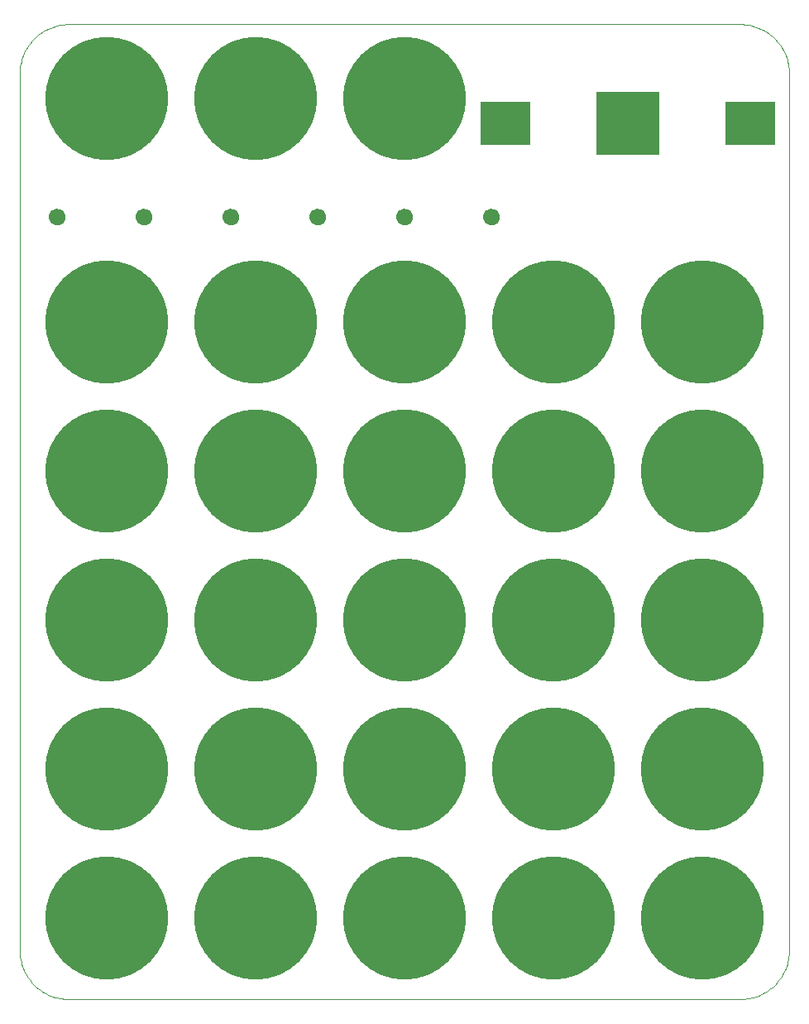
<source format=gbs>
G75*
G70*
%OFA0B0*%
%FSLAX24Y24*%
%IPPOS*%
%LPD*%
%AMOC8*
5,1,8,0,0,1.08239X$1,22.5*
%
%ADD10C,0.0010*%
%ADD11C,0.0039*%
%ADD12C,0.4960*%
%ADD13C,0.0000*%
%ADD14C,0.0670*%
%ADD15R,0.2540X0.2540*%
%ADD16R,0.2040X0.1740*%
D10*
X027651Y000151D02*
X029151Y000151D01*
D11*
X000151Y002120D02*
X000151Y018151D01*
X000151Y037433D01*
X000153Y037527D01*
X000160Y037620D01*
X000171Y037713D01*
X000187Y037806D01*
X000207Y037897D01*
X000231Y037988D01*
X000259Y038077D01*
X000292Y038165D01*
X000329Y038251D01*
X000370Y038335D01*
X000415Y038418D01*
X000464Y038498D01*
X000516Y038575D01*
X000572Y038650D01*
X000632Y038722D01*
X000695Y038792D01*
X000761Y038858D01*
X000831Y038921D01*
X000903Y038981D01*
X000978Y039037D01*
X001055Y039089D01*
X001135Y039138D01*
X001218Y039183D01*
X001302Y039224D01*
X001388Y039261D01*
X001476Y039294D01*
X001565Y039322D01*
X001656Y039346D01*
X001747Y039366D01*
X001840Y039382D01*
X001933Y039393D01*
X002026Y039400D01*
X002120Y039402D01*
X002120Y039401D02*
X015651Y039401D01*
X029183Y039401D01*
X029183Y039402D02*
X029277Y039400D01*
X029370Y039393D01*
X029463Y039382D01*
X029556Y039366D01*
X029647Y039346D01*
X029738Y039322D01*
X029827Y039294D01*
X029915Y039261D01*
X030001Y039224D01*
X030085Y039183D01*
X030167Y039138D01*
X030248Y039089D01*
X030325Y039037D01*
X030400Y038981D01*
X030472Y038921D01*
X030542Y038858D01*
X030608Y038792D01*
X030671Y038722D01*
X030731Y038650D01*
X030787Y038575D01*
X030839Y038498D01*
X030888Y038417D01*
X030933Y038335D01*
X030974Y038251D01*
X031011Y038165D01*
X031044Y038077D01*
X031072Y037988D01*
X031096Y037897D01*
X031116Y037806D01*
X031132Y037713D01*
X031143Y037620D01*
X031150Y037527D01*
X031152Y037433D01*
X031151Y037433D02*
X031151Y020901D01*
X031151Y002120D01*
X031152Y002120D02*
X031150Y002026D01*
X031143Y001933D01*
X031132Y001840D01*
X031116Y001747D01*
X031096Y001656D01*
X031072Y001565D01*
X031044Y001476D01*
X031011Y001388D01*
X030974Y001302D01*
X030933Y001218D01*
X030888Y001136D01*
X030839Y001055D01*
X030787Y000978D01*
X030731Y000903D01*
X030671Y000831D01*
X030608Y000761D01*
X030542Y000695D01*
X030472Y000632D01*
X030400Y000572D01*
X030325Y000516D01*
X030248Y000464D01*
X030168Y000415D01*
X030085Y000370D01*
X030001Y000329D01*
X029915Y000292D01*
X029827Y000259D01*
X029738Y000231D01*
X029647Y000207D01*
X029556Y000187D01*
X029463Y000171D01*
X029370Y000160D01*
X029277Y000153D01*
X029183Y000151D01*
X014651Y000151D01*
X002120Y000151D01*
X002026Y000153D01*
X001933Y000160D01*
X001840Y000171D01*
X001747Y000187D01*
X001656Y000207D01*
X001565Y000231D01*
X001476Y000259D01*
X001388Y000292D01*
X001302Y000329D01*
X001218Y000370D01*
X001135Y000415D01*
X001055Y000464D01*
X000978Y000516D01*
X000903Y000572D01*
X000831Y000632D01*
X000761Y000695D01*
X000695Y000761D01*
X000632Y000831D01*
X000572Y000903D01*
X000516Y000978D01*
X000464Y001055D01*
X000415Y001136D01*
X000370Y001218D01*
X000329Y001302D01*
X000292Y001388D01*
X000259Y001476D01*
X000231Y001565D01*
X000207Y001656D01*
X000187Y001747D01*
X000171Y001840D01*
X000160Y001933D01*
X000153Y002026D01*
X000151Y002120D01*
D12*
X003651Y003401D03*
X003651Y009401D03*
X003651Y015401D03*
X003651Y021401D03*
X003651Y027401D03*
X009651Y027401D03*
X009651Y021401D03*
X009651Y015401D03*
X009651Y009401D03*
X009651Y003401D03*
X015651Y003401D03*
X015651Y009401D03*
X015651Y015401D03*
X015651Y021401D03*
X015651Y027401D03*
X021651Y027401D03*
X021651Y021401D03*
X021651Y015401D03*
X021651Y009401D03*
X021651Y003401D03*
X027651Y003401D03*
X027651Y009401D03*
X027651Y015401D03*
X027651Y021401D03*
X027651Y027401D03*
X015651Y036401D03*
X009651Y036401D03*
X003651Y036401D03*
D13*
X003336Y036401D02*
X003338Y036436D01*
X003344Y036471D01*
X003354Y036505D01*
X003367Y036538D01*
X003384Y036569D01*
X003405Y036597D01*
X003428Y036624D01*
X003455Y036647D01*
X003483Y036668D01*
X003514Y036685D01*
X003547Y036698D01*
X003581Y036708D01*
X003616Y036714D01*
X003651Y036716D01*
X003686Y036714D01*
X003721Y036708D01*
X003755Y036698D01*
X003788Y036685D01*
X003819Y036668D01*
X003847Y036647D01*
X003874Y036624D01*
X003897Y036597D01*
X003918Y036569D01*
X003935Y036538D01*
X003948Y036505D01*
X003958Y036471D01*
X003964Y036436D01*
X003966Y036401D01*
X003964Y036366D01*
X003958Y036331D01*
X003948Y036297D01*
X003935Y036264D01*
X003918Y036233D01*
X003897Y036205D01*
X003874Y036178D01*
X003847Y036155D01*
X003819Y036134D01*
X003788Y036117D01*
X003755Y036104D01*
X003721Y036094D01*
X003686Y036088D01*
X003651Y036086D01*
X003616Y036088D01*
X003581Y036094D01*
X003547Y036104D01*
X003514Y036117D01*
X003483Y036134D01*
X003455Y036155D01*
X003428Y036178D01*
X003405Y036205D01*
X003384Y036233D01*
X003367Y036264D01*
X003354Y036297D01*
X003344Y036331D01*
X003338Y036366D01*
X003336Y036401D01*
X001336Y031651D02*
X001338Y031686D01*
X001344Y031721D01*
X001354Y031755D01*
X001367Y031788D01*
X001384Y031819D01*
X001405Y031847D01*
X001428Y031874D01*
X001455Y031897D01*
X001483Y031918D01*
X001514Y031935D01*
X001547Y031948D01*
X001581Y031958D01*
X001616Y031964D01*
X001651Y031966D01*
X001686Y031964D01*
X001721Y031958D01*
X001755Y031948D01*
X001788Y031935D01*
X001819Y031918D01*
X001847Y031897D01*
X001874Y031874D01*
X001897Y031847D01*
X001918Y031819D01*
X001935Y031788D01*
X001948Y031755D01*
X001958Y031721D01*
X001964Y031686D01*
X001966Y031651D01*
X001964Y031616D01*
X001958Y031581D01*
X001948Y031547D01*
X001935Y031514D01*
X001918Y031483D01*
X001897Y031455D01*
X001874Y031428D01*
X001847Y031405D01*
X001819Y031384D01*
X001788Y031367D01*
X001755Y031354D01*
X001721Y031344D01*
X001686Y031338D01*
X001651Y031336D01*
X001616Y031338D01*
X001581Y031344D01*
X001547Y031354D01*
X001514Y031367D01*
X001483Y031384D01*
X001455Y031405D01*
X001428Y031428D01*
X001405Y031455D01*
X001384Y031483D01*
X001367Y031514D01*
X001354Y031547D01*
X001344Y031581D01*
X001338Y031616D01*
X001336Y031651D01*
X003336Y027401D02*
X003338Y027436D01*
X003344Y027471D01*
X003354Y027505D01*
X003367Y027538D01*
X003384Y027569D01*
X003405Y027597D01*
X003428Y027624D01*
X003455Y027647D01*
X003483Y027668D01*
X003514Y027685D01*
X003547Y027698D01*
X003581Y027708D01*
X003616Y027714D01*
X003651Y027716D01*
X003686Y027714D01*
X003721Y027708D01*
X003755Y027698D01*
X003788Y027685D01*
X003819Y027668D01*
X003847Y027647D01*
X003874Y027624D01*
X003897Y027597D01*
X003918Y027569D01*
X003935Y027538D01*
X003948Y027505D01*
X003958Y027471D01*
X003964Y027436D01*
X003966Y027401D01*
X003964Y027366D01*
X003958Y027331D01*
X003948Y027297D01*
X003935Y027264D01*
X003918Y027233D01*
X003897Y027205D01*
X003874Y027178D01*
X003847Y027155D01*
X003819Y027134D01*
X003788Y027117D01*
X003755Y027104D01*
X003721Y027094D01*
X003686Y027088D01*
X003651Y027086D01*
X003616Y027088D01*
X003581Y027094D01*
X003547Y027104D01*
X003514Y027117D01*
X003483Y027134D01*
X003455Y027155D01*
X003428Y027178D01*
X003405Y027205D01*
X003384Y027233D01*
X003367Y027264D01*
X003354Y027297D01*
X003344Y027331D01*
X003338Y027366D01*
X003336Y027401D01*
X004836Y031651D02*
X004838Y031686D01*
X004844Y031721D01*
X004854Y031755D01*
X004867Y031788D01*
X004884Y031819D01*
X004905Y031847D01*
X004928Y031874D01*
X004955Y031897D01*
X004983Y031918D01*
X005014Y031935D01*
X005047Y031948D01*
X005081Y031958D01*
X005116Y031964D01*
X005151Y031966D01*
X005186Y031964D01*
X005221Y031958D01*
X005255Y031948D01*
X005288Y031935D01*
X005319Y031918D01*
X005347Y031897D01*
X005374Y031874D01*
X005397Y031847D01*
X005418Y031819D01*
X005435Y031788D01*
X005448Y031755D01*
X005458Y031721D01*
X005464Y031686D01*
X005466Y031651D01*
X005464Y031616D01*
X005458Y031581D01*
X005448Y031547D01*
X005435Y031514D01*
X005418Y031483D01*
X005397Y031455D01*
X005374Y031428D01*
X005347Y031405D01*
X005319Y031384D01*
X005288Y031367D01*
X005255Y031354D01*
X005221Y031344D01*
X005186Y031338D01*
X005151Y031336D01*
X005116Y031338D01*
X005081Y031344D01*
X005047Y031354D01*
X005014Y031367D01*
X004983Y031384D01*
X004955Y031405D01*
X004928Y031428D01*
X004905Y031455D01*
X004884Y031483D01*
X004867Y031514D01*
X004854Y031547D01*
X004844Y031581D01*
X004838Y031616D01*
X004836Y031651D01*
X008336Y031651D02*
X008338Y031686D01*
X008344Y031721D01*
X008354Y031755D01*
X008367Y031788D01*
X008384Y031819D01*
X008405Y031847D01*
X008428Y031874D01*
X008455Y031897D01*
X008483Y031918D01*
X008514Y031935D01*
X008547Y031948D01*
X008581Y031958D01*
X008616Y031964D01*
X008651Y031966D01*
X008686Y031964D01*
X008721Y031958D01*
X008755Y031948D01*
X008788Y031935D01*
X008819Y031918D01*
X008847Y031897D01*
X008874Y031874D01*
X008897Y031847D01*
X008918Y031819D01*
X008935Y031788D01*
X008948Y031755D01*
X008958Y031721D01*
X008964Y031686D01*
X008966Y031651D01*
X008964Y031616D01*
X008958Y031581D01*
X008948Y031547D01*
X008935Y031514D01*
X008918Y031483D01*
X008897Y031455D01*
X008874Y031428D01*
X008847Y031405D01*
X008819Y031384D01*
X008788Y031367D01*
X008755Y031354D01*
X008721Y031344D01*
X008686Y031338D01*
X008651Y031336D01*
X008616Y031338D01*
X008581Y031344D01*
X008547Y031354D01*
X008514Y031367D01*
X008483Y031384D01*
X008455Y031405D01*
X008428Y031428D01*
X008405Y031455D01*
X008384Y031483D01*
X008367Y031514D01*
X008354Y031547D01*
X008344Y031581D01*
X008338Y031616D01*
X008336Y031651D01*
X009336Y027401D02*
X009338Y027436D01*
X009344Y027471D01*
X009354Y027505D01*
X009367Y027538D01*
X009384Y027569D01*
X009405Y027597D01*
X009428Y027624D01*
X009455Y027647D01*
X009483Y027668D01*
X009514Y027685D01*
X009547Y027698D01*
X009581Y027708D01*
X009616Y027714D01*
X009651Y027716D01*
X009686Y027714D01*
X009721Y027708D01*
X009755Y027698D01*
X009788Y027685D01*
X009819Y027668D01*
X009847Y027647D01*
X009874Y027624D01*
X009897Y027597D01*
X009918Y027569D01*
X009935Y027538D01*
X009948Y027505D01*
X009958Y027471D01*
X009964Y027436D01*
X009966Y027401D01*
X009964Y027366D01*
X009958Y027331D01*
X009948Y027297D01*
X009935Y027264D01*
X009918Y027233D01*
X009897Y027205D01*
X009874Y027178D01*
X009847Y027155D01*
X009819Y027134D01*
X009788Y027117D01*
X009755Y027104D01*
X009721Y027094D01*
X009686Y027088D01*
X009651Y027086D01*
X009616Y027088D01*
X009581Y027094D01*
X009547Y027104D01*
X009514Y027117D01*
X009483Y027134D01*
X009455Y027155D01*
X009428Y027178D01*
X009405Y027205D01*
X009384Y027233D01*
X009367Y027264D01*
X009354Y027297D01*
X009344Y027331D01*
X009338Y027366D01*
X009336Y027401D01*
X011836Y031651D02*
X011838Y031686D01*
X011844Y031721D01*
X011854Y031755D01*
X011867Y031788D01*
X011884Y031819D01*
X011905Y031847D01*
X011928Y031874D01*
X011955Y031897D01*
X011983Y031918D01*
X012014Y031935D01*
X012047Y031948D01*
X012081Y031958D01*
X012116Y031964D01*
X012151Y031966D01*
X012186Y031964D01*
X012221Y031958D01*
X012255Y031948D01*
X012288Y031935D01*
X012319Y031918D01*
X012347Y031897D01*
X012374Y031874D01*
X012397Y031847D01*
X012418Y031819D01*
X012435Y031788D01*
X012448Y031755D01*
X012458Y031721D01*
X012464Y031686D01*
X012466Y031651D01*
X012464Y031616D01*
X012458Y031581D01*
X012448Y031547D01*
X012435Y031514D01*
X012418Y031483D01*
X012397Y031455D01*
X012374Y031428D01*
X012347Y031405D01*
X012319Y031384D01*
X012288Y031367D01*
X012255Y031354D01*
X012221Y031344D01*
X012186Y031338D01*
X012151Y031336D01*
X012116Y031338D01*
X012081Y031344D01*
X012047Y031354D01*
X012014Y031367D01*
X011983Y031384D01*
X011955Y031405D01*
X011928Y031428D01*
X011905Y031455D01*
X011884Y031483D01*
X011867Y031514D01*
X011854Y031547D01*
X011844Y031581D01*
X011838Y031616D01*
X011836Y031651D01*
X015336Y031651D02*
X015338Y031686D01*
X015344Y031721D01*
X015354Y031755D01*
X015367Y031788D01*
X015384Y031819D01*
X015405Y031847D01*
X015428Y031874D01*
X015455Y031897D01*
X015483Y031918D01*
X015514Y031935D01*
X015547Y031948D01*
X015581Y031958D01*
X015616Y031964D01*
X015651Y031966D01*
X015686Y031964D01*
X015721Y031958D01*
X015755Y031948D01*
X015788Y031935D01*
X015819Y031918D01*
X015847Y031897D01*
X015874Y031874D01*
X015897Y031847D01*
X015918Y031819D01*
X015935Y031788D01*
X015948Y031755D01*
X015958Y031721D01*
X015964Y031686D01*
X015966Y031651D01*
X015964Y031616D01*
X015958Y031581D01*
X015948Y031547D01*
X015935Y031514D01*
X015918Y031483D01*
X015897Y031455D01*
X015874Y031428D01*
X015847Y031405D01*
X015819Y031384D01*
X015788Y031367D01*
X015755Y031354D01*
X015721Y031344D01*
X015686Y031338D01*
X015651Y031336D01*
X015616Y031338D01*
X015581Y031344D01*
X015547Y031354D01*
X015514Y031367D01*
X015483Y031384D01*
X015455Y031405D01*
X015428Y031428D01*
X015405Y031455D01*
X015384Y031483D01*
X015367Y031514D01*
X015354Y031547D01*
X015344Y031581D01*
X015338Y031616D01*
X015336Y031651D01*
X015336Y027401D02*
X015338Y027436D01*
X015344Y027471D01*
X015354Y027505D01*
X015367Y027538D01*
X015384Y027569D01*
X015405Y027597D01*
X015428Y027624D01*
X015455Y027647D01*
X015483Y027668D01*
X015514Y027685D01*
X015547Y027698D01*
X015581Y027708D01*
X015616Y027714D01*
X015651Y027716D01*
X015686Y027714D01*
X015721Y027708D01*
X015755Y027698D01*
X015788Y027685D01*
X015819Y027668D01*
X015847Y027647D01*
X015874Y027624D01*
X015897Y027597D01*
X015918Y027569D01*
X015935Y027538D01*
X015948Y027505D01*
X015958Y027471D01*
X015964Y027436D01*
X015966Y027401D01*
X015964Y027366D01*
X015958Y027331D01*
X015948Y027297D01*
X015935Y027264D01*
X015918Y027233D01*
X015897Y027205D01*
X015874Y027178D01*
X015847Y027155D01*
X015819Y027134D01*
X015788Y027117D01*
X015755Y027104D01*
X015721Y027094D01*
X015686Y027088D01*
X015651Y027086D01*
X015616Y027088D01*
X015581Y027094D01*
X015547Y027104D01*
X015514Y027117D01*
X015483Y027134D01*
X015455Y027155D01*
X015428Y027178D01*
X015405Y027205D01*
X015384Y027233D01*
X015367Y027264D01*
X015354Y027297D01*
X015344Y027331D01*
X015338Y027366D01*
X015336Y027401D01*
X018836Y031651D02*
X018838Y031686D01*
X018844Y031721D01*
X018854Y031755D01*
X018867Y031788D01*
X018884Y031819D01*
X018905Y031847D01*
X018928Y031874D01*
X018955Y031897D01*
X018983Y031918D01*
X019014Y031935D01*
X019047Y031948D01*
X019081Y031958D01*
X019116Y031964D01*
X019151Y031966D01*
X019186Y031964D01*
X019221Y031958D01*
X019255Y031948D01*
X019288Y031935D01*
X019319Y031918D01*
X019347Y031897D01*
X019374Y031874D01*
X019397Y031847D01*
X019418Y031819D01*
X019435Y031788D01*
X019448Y031755D01*
X019458Y031721D01*
X019464Y031686D01*
X019466Y031651D01*
X019464Y031616D01*
X019458Y031581D01*
X019448Y031547D01*
X019435Y031514D01*
X019418Y031483D01*
X019397Y031455D01*
X019374Y031428D01*
X019347Y031405D01*
X019319Y031384D01*
X019288Y031367D01*
X019255Y031354D01*
X019221Y031344D01*
X019186Y031338D01*
X019151Y031336D01*
X019116Y031338D01*
X019081Y031344D01*
X019047Y031354D01*
X019014Y031367D01*
X018983Y031384D01*
X018955Y031405D01*
X018928Y031428D01*
X018905Y031455D01*
X018884Y031483D01*
X018867Y031514D01*
X018854Y031547D01*
X018844Y031581D01*
X018838Y031616D01*
X018836Y031651D01*
X021336Y027401D02*
X021338Y027436D01*
X021344Y027471D01*
X021354Y027505D01*
X021367Y027538D01*
X021384Y027569D01*
X021405Y027597D01*
X021428Y027624D01*
X021455Y027647D01*
X021483Y027668D01*
X021514Y027685D01*
X021547Y027698D01*
X021581Y027708D01*
X021616Y027714D01*
X021651Y027716D01*
X021686Y027714D01*
X021721Y027708D01*
X021755Y027698D01*
X021788Y027685D01*
X021819Y027668D01*
X021847Y027647D01*
X021874Y027624D01*
X021897Y027597D01*
X021918Y027569D01*
X021935Y027538D01*
X021948Y027505D01*
X021958Y027471D01*
X021964Y027436D01*
X021966Y027401D01*
X021964Y027366D01*
X021958Y027331D01*
X021948Y027297D01*
X021935Y027264D01*
X021918Y027233D01*
X021897Y027205D01*
X021874Y027178D01*
X021847Y027155D01*
X021819Y027134D01*
X021788Y027117D01*
X021755Y027104D01*
X021721Y027094D01*
X021686Y027088D01*
X021651Y027086D01*
X021616Y027088D01*
X021581Y027094D01*
X021547Y027104D01*
X021514Y027117D01*
X021483Y027134D01*
X021455Y027155D01*
X021428Y027178D01*
X021405Y027205D01*
X021384Y027233D01*
X021367Y027264D01*
X021354Y027297D01*
X021344Y027331D01*
X021338Y027366D01*
X021336Y027401D01*
X021336Y021401D02*
X021338Y021436D01*
X021344Y021471D01*
X021354Y021505D01*
X021367Y021538D01*
X021384Y021569D01*
X021405Y021597D01*
X021428Y021624D01*
X021455Y021647D01*
X021483Y021668D01*
X021514Y021685D01*
X021547Y021698D01*
X021581Y021708D01*
X021616Y021714D01*
X021651Y021716D01*
X021686Y021714D01*
X021721Y021708D01*
X021755Y021698D01*
X021788Y021685D01*
X021819Y021668D01*
X021847Y021647D01*
X021874Y021624D01*
X021897Y021597D01*
X021918Y021569D01*
X021935Y021538D01*
X021948Y021505D01*
X021958Y021471D01*
X021964Y021436D01*
X021966Y021401D01*
X021964Y021366D01*
X021958Y021331D01*
X021948Y021297D01*
X021935Y021264D01*
X021918Y021233D01*
X021897Y021205D01*
X021874Y021178D01*
X021847Y021155D01*
X021819Y021134D01*
X021788Y021117D01*
X021755Y021104D01*
X021721Y021094D01*
X021686Y021088D01*
X021651Y021086D01*
X021616Y021088D01*
X021581Y021094D01*
X021547Y021104D01*
X021514Y021117D01*
X021483Y021134D01*
X021455Y021155D01*
X021428Y021178D01*
X021405Y021205D01*
X021384Y021233D01*
X021367Y021264D01*
X021354Y021297D01*
X021344Y021331D01*
X021338Y021366D01*
X021336Y021401D01*
X021336Y015401D02*
X021338Y015436D01*
X021344Y015471D01*
X021354Y015505D01*
X021367Y015538D01*
X021384Y015569D01*
X021405Y015597D01*
X021428Y015624D01*
X021455Y015647D01*
X021483Y015668D01*
X021514Y015685D01*
X021547Y015698D01*
X021581Y015708D01*
X021616Y015714D01*
X021651Y015716D01*
X021686Y015714D01*
X021721Y015708D01*
X021755Y015698D01*
X021788Y015685D01*
X021819Y015668D01*
X021847Y015647D01*
X021874Y015624D01*
X021897Y015597D01*
X021918Y015569D01*
X021935Y015538D01*
X021948Y015505D01*
X021958Y015471D01*
X021964Y015436D01*
X021966Y015401D01*
X021964Y015366D01*
X021958Y015331D01*
X021948Y015297D01*
X021935Y015264D01*
X021918Y015233D01*
X021897Y015205D01*
X021874Y015178D01*
X021847Y015155D01*
X021819Y015134D01*
X021788Y015117D01*
X021755Y015104D01*
X021721Y015094D01*
X021686Y015088D01*
X021651Y015086D01*
X021616Y015088D01*
X021581Y015094D01*
X021547Y015104D01*
X021514Y015117D01*
X021483Y015134D01*
X021455Y015155D01*
X021428Y015178D01*
X021405Y015205D01*
X021384Y015233D01*
X021367Y015264D01*
X021354Y015297D01*
X021344Y015331D01*
X021338Y015366D01*
X021336Y015401D01*
X021336Y009401D02*
X021338Y009436D01*
X021344Y009471D01*
X021354Y009505D01*
X021367Y009538D01*
X021384Y009569D01*
X021405Y009597D01*
X021428Y009624D01*
X021455Y009647D01*
X021483Y009668D01*
X021514Y009685D01*
X021547Y009698D01*
X021581Y009708D01*
X021616Y009714D01*
X021651Y009716D01*
X021686Y009714D01*
X021721Y009708D01*
X021755Y009698D01*
X021788Y009685D01*
X021819Y009668D01*
X021847Y009647D01*
X021874Y009624D01*
X021897Y009597D01*
X021918Y009569D01*
X021935Y009538D01*
X021948Y009505D01*
X021958Y009471D01*
X021964Y009436D01*
X021966Y009401D01*
X021964Y009366D01*
X021958Y009331D01*
X021948Y009297D01*
X021935Y009264D01*
X021918Y009233D01*
X021897Y009205D01*
X021874Y009178D01*
X021847Y009155D01*
X021819Y009134D01*
X021788Y009117D01*
X021755Y009104D01*
X021721Y009094D01*
X021686Y009088D01*
X021651Y009086D01*
X021616Y009088D01*
X021581Y009094D01*
X021547Y009104D01*
X021514Y009117D01*
X021483Y009134D01*
X021455Y009155D01*
X021428Y009178D01*
X021405Y009205D01*
X021384Y009233D01*
X021367Y009264D01*
X021354Y009297D01*
X021344Y009331D01*
X021338Y009366D01*
X021336Y009401D01*
X021336Y003401D02*
X021338Y003436D01*
X021344Y003471D01*
X021354Y003505D01*
X021367Y003538D01*
X021384Y003569D01*
X021405Y003597D01*
X021428Y003624D01*
X021455Y003647D01*
X021483Y003668D01*
X021514Y003685D01*
X021547Y003698D01*
X021581Y003708D01*
X021616Y003714D01*
X021651Y003716D01*
X021686Y003714D01*
X021721Y003708D01*
X021755Y003698D01*
X021788Y003685D01*
X021819Y003668D01*
X021847Y003647D01*
X021874Y003624D01*
X021897Y003597D01*
X021918Y003569D01*
X021935Y003538D01*
X021948Y003505D01*
X021958Y003471D01*
X021964Y003436D01*
X021966Y003401D01*
X021964Y003366D01*
X021958Y003331D01*
X021948Y003297D01*
X021935Y003264D01*
X021918Y003233D01*
X021897Y003205D01*
X021874Y003178D01*
X021847Y003155D01*
X021819Y003134D01*
X021788Y003117D01*
X021755Y003104D01*
X021721Y003094D01*
X021686Y003088D01*
X021651Y003086D01*
X021616Y003088D01*
X021581Y003094D01*
X021547Y003104D01*
X021514Y003117D01*
X021483Y003134D01*
X021455Y003155D01*
X021428Y003178D01*
X021405Y003205D01*
X021384Y003233D01*
X021367Y003264D01*
X021354Y003297D01*
X021344Y003331D01*
X021338Y003366D01*
X021336Y003401D01*
X015336Y003401D02*
X015338Y003436D01*
X015344Y003471D01*
X015354Y003505D01*
X015367Y003538D01*
X015384Y003569D01*
X015405Y003597D01*
X015428Y003624D01*
X015455Y003647D01*
X015483Y003668D01*
X015514Y003685D01*
X015547Y003698D01*
X015581Y003708D01*
X015616Y003714D01*
X015651Y003716D01*
X015686Y003714D01*
X015721Y003708D01*
X015755Y003698D01*
X015788Y003685D01*
X015819Y003668D01*
X015847Y003647D01*
X015874Y003624D01*
X015897Y003597D01*
X015918Y003569D01*
X015935Y003538D01*
X015948Y003505D01*
X015958Y003471D01*
X015964Y003436D01*
X015966Y003401D01*
X015964Y003366D01*
X015958Y003331D01*
X015948Y003297D01*
X015935Y003264D01*
X015918Y003233D01*
X015897Y003205D01*
X015874Y003178D01*
X015847Y003155D01*
X015819Y003134D01*
X015788Y003117D01*
X015755Y003104D01*
X015721Y003094D01*
X015686Y003088D01*
X015651Y003086D01*
X015616Y003088D01*
X015581Y003094D01*
X015547Y003104D01*
X015514Y003117D01*
X015483Y003134D01*
X015455Y003155D01*
X015428Y003178D01*
X015405Y003205D01*
X015384Y003233D01*
X015367Y003264D01*
X015354Y003297D01*
X015344Y003331D01*
X015338Y003366D01*
X015336Y003401D01*
X015336Y009401D02*
X015338Y009436D01*
X015344Y009471D01*
X015354Y009505D01*
X015367Y009538D01*
X015384Y009569D01*
X015405Y009597D01*
X015428Y009624D01*
X015455Y009647D01*
X015483Y009668D01*
X015514Y009685D01*
X015547Y009698D01*
X015581Y009708D01*
X015616Y009714D01*
X015651Y009716D01*
X015686Y009714D01*
X015721Y009708D01*
X015755Y009698D01*
X015788Y009685D01*
X015819Y009668D01*
X015847Y009647D01*
X015874Y009624D01*
X015897Y009597D01*
X015918Y009569D01*
X015935Y009538D01*
X015948Y009505D01*
X015958Y009471D01*
X015964Y009436D01*
X015966Y009401D01*
X015964Y009366D01*
X015958Y009331D01*
X015948Y009297D01*
X015935Y009264D01*
X015918Y009233D01*
X015897Y009205D01*
X015874Y009178D01*
X015847Y009155D01*
X015819Y009134D01*
X015788Y009117D01*
X015755Y009104D01*
X015721Y009094D01*
X015686Y009088D01*
X015651Y009086D01*
X015616Y009088D01*
X015581Y009094D01*
X015547Y009104D01*
X015514Y009117D01*
X015483Y009134D01*
X015455Y009155D01*
X015428Y009178D01*
X015405Y009205D01*
X015384Y009233D01*
X015367Y009264D01*
X015354Y009297D01*
X015344Y009331D01*
X015338Y009366D01*
X015336Y009401D01*
X015336Y015401D02*
X015338Y015436D01*
X015344Y015471D01*
X015354Y015505D01*
X015367Y015538D01*
X015384Y015569D01*
X015405Y015597D01*
X015428Y015624D01*
X015455Y015647D01*
X015483Y015668D01*
X015514Y015685D01*
X015547Y015698D01*
X015581Y015708D01*
X015616Y015714D01*
X015651Y015716D01*
X015686Y015714D01*
X015721Y015708D01*
X015755Y015698D01*
X015788Y015685D01*
X015819Y015668D01*
X015847Y015647D01*
X015874Y015624D01*
X015897Y015597D01*
X015918Y015569D01*
X015935Y015538D01*
X015948Y015505D01*
X015958Y015471D01*
X015964Y015436D01*
X015966Y015401D01*
X015964Y015366D01*
X015958Y015331D01*
X015948Y015297D01*
X015935Y015264D01*
X015918Y015233D01*
X015897Y015205D01*
X015874Y015178D01*
X015847Y015155D01*
X015819Y015134D01*
X015788Y015117D01*
X015755Y015104D01*
X015721Y015094D01*
X015686Y015088D01*
X015651Y015086D01*
X015616Y015088D01*
X015581Y015094D01*
X015547Y015104D01*
X015514Y015117D01*
X015483Y015134D01*
X015455Y015155D01*
X015428Y015178D01*
X015405Y015205D01*
X015384Y015233D01*
X015367Y015264D01*
X015354Y015297D01*
X015344Y015331D01*
X015338Y015366D01*
X015336Y015401D01*
X015336Y021401D02*
X015338Y021436D01*
X015344Y021471D01*
X015354Y021505D01*
X015367Y021538D01*
X015384Y021569D01*
X015405Y021597D01*
X015428Y021624D01*
X015455Y021647D01*
X015483Y021668D01*
X015514Y021685D01*
X015547Y021698D01*
X015581Y021708D01*
X015616Y021714D01*
X015651Y021716D01*
X015686Y021714D01*
X015721Y021708D01*
X015755Y021698D01*
X015788Y021685D01*
X015819Y021668D01*
X015847Y021647D01*
X015874Y021624D01*
X015897Y021597D01*
X015918Y021569D01*
X015935Y021538D01*
X015948Y021505D01*
X015958Y021471D01*
X015964Y021436D01*
X015966Y021401D01*
X015964Y021366D01*
X015958Y021331D01*
X015948Y021297D01*
X015935Y021264D01*
X015918Y021233D01*
X015897Y021205D01*
X015874Y021178D01*
X015847Y021155D01*
X015819Y021134D01*
X015788Y021117D01*
X015755Y021104D01*
X015721Y021094D01*
X015686Y021088D01*
X015651Y021086D01*
X015616Y021088D01*
X015581Y021094D01*
X015547Y021104D01*
X015514Y021117D01*
X015483Y021134D01*
X015455Y021155D01*
X015428Y021178D01*
X015405Y021205D01*
X015384Y021233D01*
X015367Y021264D01*
X015354Y021297D01*
X015344Y021331D01*
X015338Y021366D01*
X015336Y021401D01*
X009336Y021401D02*
X009338Y021436D01*
X009344Y021471D01*
X009354Y021505D01*
X009367Y021538D01*
X009384Y021569D01*
X009405Y021597D01*
X009428Y021624D01*
X009455Y021647D01*
X009483Y021668D01*
X009514Y021685D01*
X009547Y021698D01*
X009581Y021708D01*
X009616Y021714D01*
X009651Y021716D01*
X009686Y021714D01*
X009721Y021708D01*
X009755Y021698D01*
X009788Y021685D01*
X009819Y021668D01*
X009847Y021647D01*
X009874Y021624D01*
X009897Y021597D01*
X009918Y021569D01*
X009935Y021538D01*
X009948Y021505D01*
X009958Y021471D01*
X009964Y021436D01*
X009966Y021401D01*
X009964Y021366D01*
X009958Y021331D01*
X009948Y021297D01*
X009935Y021264D01*
X009918Y021233D01*
X009897Y021205D01*
X009874Y021178D01*
X009847Y021155D01*
X009819Y021134D01*
X009788Y021117D01*
X009755Y021104D01*
X009721Y021094D01*
X009686Y021088D01*
X009651Y021086D01*
X009616Y021088D01*
X009581Y021094D01*
X009547Y021104D01*
X009514Y021117D01*
X009483Y021134D01*
X009455Y021155D01*
X009428Y021178D01*
X009405Y021205D01*
X009384Y021233D01*
X009367Y021264D01*
X009354Y021297D01*
X009344Y021331D01*
X009338Y021366D01*
X009336Y021401D01*
X009336Y015401D02*
X009338Y015436D01*
X009344Y015471D01*
X009354Y015505D01*
X009367Y015538D01*
X009384Y015569D01*
X009405Y015597D01*
X009428Y015624D01*
X009455Y015647D01*
X009483Y015668D01*
X009514Y015685D01*
X009547Y015698D01*
X009581Y015708D01*
X009616Y015714D01*
X009651Y015716D01*
X009686Y015714D01*
X009721Y015708D01*
X009755Y015698D01*
X009788Y015685D01*
X009819Y015668D01*
X009847Y015647D01*
X009874Y015624D01*
X009897Y015597D01*
X009918Y015569D01*
X009935Y015538D01*
X009948Y015505D01*
X009958Y015471D01*
X009964Y015436D01*
X009966Y015401D01*
X009964Y015366D01*
X009958Y015331D01*
X009948Y015297D01*
X009935Y015264D01*
X009918Y015233D01*
X009897Y015205D01*
X009874Y015178D01*
X009847Y015155D01*
X009819Y015134D01*
X009788Y015117D01*
X009755Y015104D01*
X009721Y015094D01*
X009686Y015088D01*
X009651Y015086D01*
X009616Y015088D01*
X009581Y015094D01*
X009547Y015104D01*
X009514Y015117D01*
X009483Y015134D01*
X009455Y015155D01*
X009428Y015178D01*
X009405Y015205D01*
X009384Y015233D01*
X009367Y015264D01*
X009354Y015297D01*
X009344Y015331D01*
X009338Y015366D01*
X009336Y015401D01*
X009336Y009401D02*
X009338Y009436D01*
X009344Y009471D01*
X009354Y009505D01*
X009367Y009538D01*
X009384Y009569D01*
X009405Y009597D01*
X009428Y009624D01*
X009455Y009647D01*
X009483Y009668D01*
X009514Y009685D01*
X009547Y009698D01*
X009581Y009708D01*
X009616Y009714D01*
X009651Y009716D01*
X009686Y009714D01*
X009721Y009708D01*
X009755Y009698D01*
X009788Y009685D01*
X009819Y009668D01*
X009847Y009647D01*
X009874Y009624D01*
X009897Y009597D01*
X009918Y009569D01*
X009935Y009538D01*
X009948Y009505D01*
X009958Y009471D01*
X009964Y009436D01*
X009966Y009401D01*
X009964Y009366D01*
X009958Y009331D01*
X009948Y009297D01*
X009935Y009264D01*
X009918Y009233D01*
X009897Y009205D01*
X009874Y009178D01*
X009847Y009155D01*
X009819Y009134D01*
X009788Y009117D01*
X009755Y009104D01*
X009721Y009094D01*
X009686Y009088D01*
X009651Y009086D01*
X009616Y009088D01*
X009581Y009094D01*
X009547Y009104D01*
X009514Y009117D01*
X009483Y009134D01*
X009455Y009155D01*
X009428Y009178D01*
X009405Y009205D01*
X009384Y009233D01*
X009367Y009264D01*
X009354Y009297D01*
X009344Y009331D01*
X009338Y009366D01*
X009336Y009401D01*
X009336Y003401D02*
X009338Y003436D01*
X009344Y003471D01*
X009354Y003505D01*
X009367Y003538D01*
X009384Y003569D01*
X009405Y003597D01*
X009428Y003624D01*
X009455Y003647D01*
X009483Y003668D01*
X009514Y003685D01*
X009547Y003698D01*
X009581Y003708D01*
X009616Y003714D01*
X009651Y003716D01*
X009686Y003714D01*
X009721Y003708D01*
X009755Y003698D01*
X009788Y003685D01*
X009819Y003668D01*
X009847Y003647D01*
X009874Y003624D01*
X009897Y003597D01*
X009918Y003569D01*
X009935Y003538D01*
X009948Y003505D01*
X009958Y003471D01*
X009964Y003436D01*
X009966Y003401D01*
X009964Y003366D01*
X009958Y003331D01*
X009948Y003297D01*
X009935Y003264D01*
X009918Y003233D01*
X009897Y003205D01*
X009874Y003178D01*
X009847Y003155D01*
X009819Y003134D01*
X009788Y003117D01*
X009755Y003104D01*
X009721Y003094D01*
X009686Y003088D01*
X009651Y003086D01*
X009616Y003088D01*
X009581Y003094D01*
X009547Y003104D01*
X009514Y003117D01*
X009483Y003134D01*
X009455Y003155D01*
X009428Y003178D01*
X009405Y003205D01*
X009384Y003233D01*
X009367Y003264D01*
X009354Y003297D01*
X009344Y003331D01*
X009338Y003366D01*
X009336Y003401D01*
X003336Y003401D02*
X003338Y003436D01*
X003344Y003471D01*
X003354Y003505D01*
X003367Y003538D01*
X003384Y003569D01*
X003405Y003597D01*
X003428Y003624D01*
X003455Y003647D01*
X003483Y003668D01*
X003514Y003685D01*
X003547Y003698D01*
X003581Y003708D01*
X003616Y003714D01*
X003651Y003716D01*
X003686Y003714D01*
X003721Y003708D01*
X003755Y003698D01*
X003788Y003685D01*
X003819Y003668D01*
X003847Y003647D01*
X003874Y003624D01*
X003897Y003597D01*
X003918Y003569D01*
X003935Y003538D01*
X003948Y003505D01*
X003958Y003471D01*
X003964Y003436D01*
X003966Y003401D01*
X003964Y003366D01*
X003958Y003331D01*
X003948Y003297D01*
X003935Y003264D01*
X003918Y003233D01*
X003897Y003205D01*
X003874Y003178D01*
X003847Y003155D01*
X003819Y003134D01*
X003788Y003117D01*
X003755Y003104D01*
X003721Y003094D01*
X003686Y003088D01*
X003651Y003086D01*
X003616Y003088D01*
X003581Y003094D01*
X003547Y003104D01*
X003514Y003117D01*
X003483Y003134D01*
X003455Y003155D01*
X003428Y003178D01*
X003405Y003205D01*
X003384Y003233D01*
X003367Y003264D01*
X003354Y003297D01*
X003344Y003331D01*
X003338Y003366D01*
X003336Y003401D01*
X003336Y009401D02*
X003338Y009436D01*
X003344Y009471D01*
X003354Y009505D01*
X003367Y009538D01*
X003384Y009569D01*
X003405Y009597D01*
X003428Y009624D01*
X003455Y009647D01*
X003483Y009668D01*
X003514Y009685D01*
X003547Y009698D01*
X003581Y009708D01*
X003616Y009714D01*
X003651Y009716D01*
X003686Y009714D01*
X003721Y009708D01*
X003755Y009698D01*
X003788Y009685D01*
X003819Y009668D01*
X003847Y009647D01*
X003874Y009624D01*
X003897Y009597D01*
X003918Y009569D01*
X003935Y009538D01*
X003948Y009505D01*
X003958Y009471D01*
X003964Y009436D01*
X003966Y009401D01*
X003964Y009366D01*
X003958Y009331D01*
X003948Y009297D01*
X003935Y009264D01*
X003918Y009233D01*
X003897Y009205D01*
X003874Y009178D01*
X003847Y009155D01*
X003819Y009134D01*
X003788Y009117D01*
X003755Y009104D01*
X003721Y009094D01*
X003686Y009088D01*
X003651Y009086D01*
X003616Y009088D01*
X003581Y009094D01*
X003547Y009104D01*
X003514Y009117D01*
X003483Y009134D01*
X003455Y009155D01*
X003428Y009178D01*
X003405Y009205D01*
X003384Y009233D01*
X003367Y009264D01*
X003354Y009297D01*
X003344Y009331D01*
X003338Y009366D01*
X003336Y009401D01*
X003336Y015401D02*
X003338Y015436D01*
X003344Y015471D01*
X003354Y015505D01*
X003367Y015538D01*
X003384Y015569D01*
X003405Y015597D01*
X003428Y015624D01*
X003455Y015647D01*
X003483Y015668D01*
X003514Y015685D01*
X003547Y015698D01*
X003581Y015708D01*
X003616Y015714D01*
X003651Y015716D01*
X003686Y015714D01*
X003721Y015708D01*
X003755Y015698D01*
X003788Y015685D01*
X003819Y015668D01*
X003847Y015647D01*
X003874Y015624D01*
X003897Y015597D01*
X003918Y015569D01*
X003935Y015538D01*
X003948Y015505D01*
X003958Y015471D01*
X003964Y015436D01*
X003966Y015401D01*
X003964Y015366D01*
X003958Y015331D01*
X003948Y015297D01*
X003935Y015264D01*
X003918Y015233D01*
X003897Y015205D01*
X003874Y015178D01*
X003847Y015155D01*
X003819Y015134D01*
X003788Y015117D01*
X003755Y015104D01*
X003721Y015094D01*
X003686Y015088D01*
X003651Y015086D01*
X003616Y015088D01*
X003581Y015094D01*
X003547Y015104D01*
X003514Y015117D01*
X003483Y015134D01*
X003455Y015155D01*
X003428Y015178D01*
X003405Y015205D01*
X003384Y015233D01*
X003367Y015264D01*
X003354Y015297D01*
X003344Y015331D01*
X003338Y015366D01*
X003336Y015401D01*
X003336Y021401D02*
X003338Y021436D01*
X003344Y021471D01*
X003354Y021505D01*
X003367Y021538D01*
X003384Y021569D01*
X003405Y021597D01*
X003428Y021624D01*
X003455Y021647D01*
X003483Y021668D01*
X003514Y021685D01*
X003547Y021698D01*
X003581Y021708D01*
X003616Y021714D01*
X003651Y021716D01*
X003686Y021714D01*
X003721Y021708D01*
X003755Y021698D01*
X003788Y021685D01*
X003819Y021668D01*
X003847Y021647D01*
X003874Y021624D01*
X003897Y021597D01*
X003918Y021569D01*
X003935Y021538D01*
X003948Y021505D01*
X003958Y021471D01*
X003964Y021436D01*
X003966Y021401D01*
X003964Y021366D01*
X003958Y021331D01*
X003948Y021297D01*
X003935Y021264D01*
X003918Y021233D01*
X003897Y021205D01*
X003874Y021178D01*
X003847Y021155D01*
X003819Y021134D01*
X003788Y021117D01*
X003755Y021104D01*
X003721Y021094D01*
X003686Y021088D01*
X003651Y021086D01*
X003616Y021088D01*
X003581Y021094D01*
X003547Y021104D01*
X003514Y021117D01*
X003483Y021134D01*
X003455Y021155D01*
X003428Y021178D01*
X003405Y021205D01*
X003384Y021233D01*
X003367Y021264D01*
X003354Y021297D01*
X003344Y021331D01*
X003338Y021366D01*
X003336Y021401D01*
X009336Y036401D02*
X009338Y036436D01*
X009344Y036471D01*
X009354Y036505D01*
X009367Y036538D01*
X009384Y036569D01*
X009405Y036597D01*
X009428Y036624D01*
X009455Y036647D01*
X009483Y036668D01*
X009514Y036685D01*
X009547Y036698D01*
X009581Y036708D01*
X009616Y036714D01*
X009651Y036716D01*
X009686Y036714D01*
X009721Y036708D01*
X009755Y036698D01*
X009788Y036685D01*
X009819Y036668D01*
X009847Y036647D01*
X009874Y036624D01*
X009897Y036597D01*
X009918Y036569D01*
X009935Y036538D01*
X009948Y036505D01*
X009958Y036471D01*
X009964Y036436D01*
X009966Y036401D01*
X009964Y036366D01*
X009958Y036331D01*
X009948Y036297D01*
X009935Y036264D01*
X009918Y036233D01*
X009897Y036205D01*
X009874Y036178D01*
X009847Y036155D01*
X009819Y036134D01*
X009788Y036117D01*
X009755Y036104D01*
X009721Y036094D01*
X009686Y036088D01*
X009651Y036086D01*
X009616Y036088D01*
X009581Y036094D01*
X009547Y036104D01*
X009514Y036117D01*
X009483Y036134D01*
X009455Y036155D01*
X009428Y036178D01*
X009405Y036205D01*
X009384Y036233D01*
X009367Y036264D01*
X009354Y036297D01*
X009344Y036331D01*
X009338Y036366D01*
X009336Y036401D01*
X015336Y036401D02*
X015338Y036436D01*
X015344Y036471D01*
X015354Y036505D01*
X015367Y036538D01*
X015384Y036569D01*
X015405Y036597D01*
X015428Y036624D01*
X015455Y036647D01*
X015483Y036668D01*
X015514Y036685D01*
X015547Y036698D01*
X015581Y036708D01*
X015616Y036714D01*
X015651Y036716D01*
X015686Y036714D01*
X015721Y036708D01*
X015755Y036698D01*
X015788Y036685D01*
X015819Y036668D01*
X015847Y036647D01*
X015874Y036624D01*
X015897Y036597D01*
X015918Y036569D01*
X015935Y036538D01*
X015948Y036505D01*
X015958Y036471D01*
X015964Y036436D01*
X015966Y036401D01*
X015964Y036366D01*
X015958Y036331D01*
X015948Y036297D01*
X015935Y036264D01*
X015918Y036233D01*
X015897Y036205D01*
X015874Y036178D01*
X015847Y036155D01*
X015819Y036134D01*
X015788Y036117D01*
X015755Y036104D01*
X015721Y036094D01*
X015686Y036088D01*
X015651Y036086D01*
X015616Y036088D01*
X015581Y036094D01*
X015547Y036104D01*
X015514Y036117D01*
X015483Y036134D01*
X015455Y036155D01*
X015428Y036178D01*
X015405Y036205D01*
X015384Y036233D01*
X015367Y036264D01*
X015354Y036297D01*
X015344Y036331D01*
X015338Y036366D01*
X015336Y036401D01*
X027336Y027401D02*
X027338Y027436D01*
X027344Y027471D01*
X027354Y027505D01*
X027367Y027538D01*
X027384Y027569D01*
X027405Y027597D01*
X027428Y027624D01*
X027455Y027647D01*
X027483Y027668D01*
X027514Y027685D01*
X027547Y027698D01*
X027581Y027708D01*
X027616Y027714D01*
X027651Y027716D01*
X027686Y027714D01*
X027721Y027708D01*
X027755Y027698D01*
X027788Y027685D01*
X027819Y027668D01*
X027847Y027647D01*
X027874Y027624D01*
X027897Y027597D01*
X027918Y027569D01*
X027935Y027538D01*
X027948Y027505D01*
X027958Y027471D01*
X027964Y027436D01*
X027966Y027401D01*
X027964Y027366D01*
X027958Y027331D01*
X027948Y027297D01*
X027935Y027264D01*
X027918Y027233D01*
X027897Y027205D01*
X027874Y027178D01*
X027847Y027155D01*
X027819Y027134D01*
X027788Y027117D01*
X027755Y027104D01*
X027721Y027094D01*
X027686Y027088D01*
X027651Y027086D01*
X027616Y027088D01*
X027581Y027094D01*
X027547Y027104D01*
X027514Y027117D01*
X027483Y027134D01*
X027455Y027155D01*
X027428Y027178D01*
X027405Y027205D01*
X027384Y027233D01*
X027367Y027264D01*
X027354Y027297D01*
X027344Y027331D01*
X027338Y027366D01*
X027336Y027401D01*
X027336Y021401D02*
X027338Y021436D01*
X027344Y021471D01*
X027354Y021505D01*
X027367Y021538D01*
X027384Y021569D01*
X027405Y021597D01*
X027428Y021624D01*
X027455Y021647D01*
X027483Y021668D01*
X027514Y021685D01*
X027547Y021698D01*
X027581Y021708D01*
X027616Y021714D01*
X027651Y021716D01*
X027686Y021714D01*
X027721Y021708D01*
X027755Y021698D01*
X027788Y021685D01*
X027819Y021668D01*
X027847Y021647D01*
X027874Y021624D01*
X027897Y021597D01*
X027918Y021569D01*
X027935Y021538D01*
X027948Y021505D01*
X027958Y021471D01*
X027964Y021436D01*
X027966Y021401D01*
X027964Y021366D01*
X027958Y021331D01*
X027948Y021297D01*
X027935Y021264D01*
X027918Y021233D01*
X027897Y021205D01*
X027874Y021178D01*
X027847Y021155D01*
X027819Y021134D01*
X027788Y021117D01*
X027755Y021104D01*
X027721Y021094D01*
X027686Y021088D01*
X027651Y021086D01*
X027616Y021088D01*
X027581Y021094D01*
X027547Y021104D01*
X027514Y021117D01*
X027483Y021134D01*
X027455Y021155D01*
X027428Y021178D01*
X027405Y021205D01*
X027384Y021233D01*
X027367Y021264D01*
X027354Y021297D01*
X027344Y021331D01*
X027338Y021366D01*
X027336Y021401D01*
X027336Y015401D02*
X027338Y015436D01*
X027344Y015471D01*
X027354Y015505D01*
X027367Y015538D01*
X027384Y015569D01*
X027405Y015597D01*
X027428Y015624D01*
X027455Y015647D01*
X027483Y015668D01*
X027514Y015685D01*
X027547Y015698D01*
X027581Y015708D01*
X027616Y015714D01*
X027651Y015716D01*
X027686Y015714D01*
X027721Y015708D01*
X027755Y015698D01*
X027788Y015685D01*
X027819Y015668D01*
X027847Y015647D01*
X027874Y015624D01*
X027897Y015597D01*
X027918Y015569D01*
X027935Y015538D01*
X027948Y015505D01*
X027958Y015471D01*
X027964Y015436D01*
X027966Y015401D01*
X027964Y015366D01*
X027958Y015331D01*
X027948Y015297D01*
X027935Y015264D01*
X027918Y015233D01*
X027897Y015205D01*
X027874Y015178D01*
X027847Y015155D01*
X027819Y015134D01*
X027788Y015117D01*
X027755Y015104D01*
X027721Y015094D01*
X027686Y015088D01*
X027651Y015086D01*
X027616Y015088D01*
X027581Y015094D01*
X027547Y015104D01*
X027514Y015117D01*
X027483Y015134D01*
X027455Y015155D01*
X027428Y015178D01*
X027405Y015205D01*
X027384Y015233D01*
X027367Y015264D01*
X027354Y015297D01*
X027344Y015331D01*
X027338Y015366D01*
X027336Y015401D01*
X027336Y009401D02*
X027338Y009436D01*
X027344Y009471D01*
X027354Y009505D01*
X027367Y009538D01*
X027384Y009569D01*
X027405Y009597D01*
X027428Y009624D01*
X027455Y009647D01*
X027483Y009668D01*
X027514Y009685D01*
X027547Y009698D01*
X027581Y009708D01*
X027616Y009714D01*
X027651Y009716D01*
X027686Y009714D01*
X027721Y009708D01*
X027755Y009698D01*
X027788Y009685D01*
X027819Y009668D01*
X027847Y009647D01*
X027874Y009624D01*
X027897Y009597D01*
X027918Y009569D01*
X027935Y009538D01*
X027948Y009505D01*
X027958Y009471D01*
X027964Y009436D01*
X027966Y009401D01*
X027964Y009366D01*
X027958Y009331D01*
X027948Y009297D01*
X027935Y009264D01*
X027918Y009233D01*
X027897Y009205D01*
X027874Y009178D01*
X027847Y009155D01*
X027819Y009134D01*
X027788Y009117D01*
X027755Y009104D01*
X027721Y009094D01*
X027686Y009088D01*
X027651Y009086D01*
X027616Y009088D01*
X027581Y009094D01*
X027547Y009104D01*
X027514Y009117D01*
X027483Y009134D01*
X027455Y009155D01*
X027428Y009178D01*
X027405Y009205D01*
X027384Y009233D01*
X027367Y009264D01*
X027354Y009297D01*
X027344Y009331D01*
X027338Y009366D01*
X027336Y009401D01*
X027336Y003401D02*
X027338Y003436D01*
X027344Y003471D01*
X027354Y003505D01*
X027367Y003538D01*
X027384Y003569D01*
X027405Y003597D01*
X027428Y003624D01*
X027455Y003647D01*
X027483Y003668D01*
X027514Y003685D01*
X027547Y003698D01*
X027581Y003708D01*
X027616Y003714D01*
X027651Y003716D01*
X027686Y003714D01*
X027721Y003708D01*
X027755Y003698D01*
X027788Y003685D01*
X027819Y003668D01*
X027847Y003647D01*
X027874Y003624D01*
X027897Y003597D01*
X027918Y003569D01*
X027935Y003538D01*
X027948Y003505D01*
X027958Y003471D01*
X027964Y003436D01*
X027966Y003401D01*
X027964Y003366D01*
X027958Y003331D01*
X027948Y003297D01*
X027935Y003264D01*
X027918Y003233D01*
X027897Y003205D01*
X027874Y003178D01*
X027847Y003155D01*
X027819Y003134D01*
X027788Y003117D01*
X027755Y003104D01*
X027721Y003094D01*
X027686Y003088D01*
X027651Y003086D01*
X027616Y003088D01*
X027581Y003094D01*
X027547Y003104D01*
X027514Y003117D01*
X027483Y003134D01*
X027455Y003155D01*
X027428Y003178D01*
X027405Y003205D01*
X027384Y003233D01*
X027367Y003264D01*
X027354Y003297D01*
X027344Y003331D01*
X027338Y003366D01*
X027336Y003401D01*
D14*
X027651Y003401D03*
X027651Y009401D03*
X027651Y015401D03*
X027651Y021401D03*
X027651Y027401D03*
X021651Y027401D03*
X019151Y031651D03*
X015651Y031651D03*
X012151Y031651D03*
X008651Y031651D03*
X005151Y031651D03*
X001651Y031651D03*
X003651Y027401D03*
X003651Y021401D03*
X003651Y015401D03*
X003651Y009401D03*
X003651Y003401D03*
X009651Y003401D03*
X009651Y009401D03*
X009651Y015401D03*
X009651Y021401D03*
X009651Y027401D03*
X015651Y027401D03*
X015651Y021401D03*
X015651Y015401D03*
X015651Y009401D03*
X015651Y003401D03*
X021651Y003401D03*
X021651Y009401D03*
X021651Y015401D03*
X021651Y021401D03*
X015651Y036401D03*
X009651Y036401D03*
X003651Y036401D03*
D15*
X024651Y035401D03*
D16*
X019730Y035401D03*
X029572Y035401D03*
M02*

</source>
